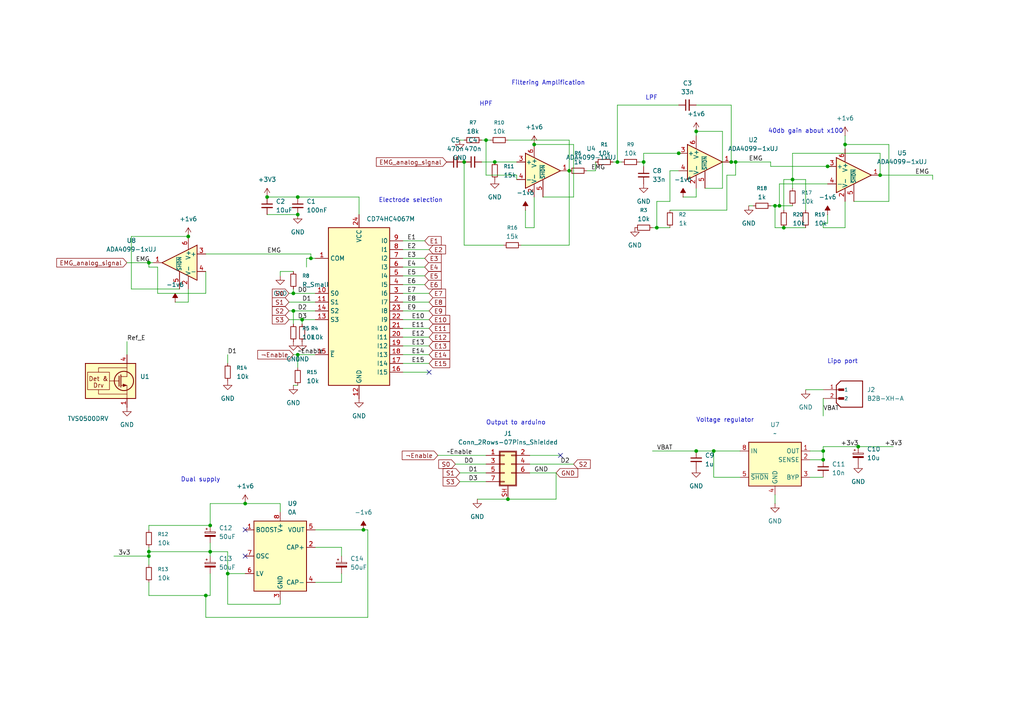
<source format=kicad_sch>
(kicad_sch (version 20250114) (generator "eeschema") (generator_version "9.0")
  (paper "A4")
  (lib_symbols
    (symbol "74xx:CD74HC4067M"
      (property "Reference" "U" (at -8.89 22.86 0))
      (property "Value" "CD74HC4067M" (at 1.27 22.86 0))
      (symbol "CD74HC4067M_0_1"
        (rectangle (start -8.89 21.59) (end 8.89 -24.13) (stroke (width 0.254)) (fill (type background)))
      )
      (symbol "CD74HC4067M_1_1"
        (pin passive line (at -12.7 12.7 0) (length 3.81) (name "COM") (number "1"))
        (pin input line (at -12.7 2.54 0) (length 3.81) (name "S0") (number "10"))
        (pin input line (at -12.7 0 0) (length 3.81) (name "S1") (number "11"))
        (pin input line (at -12.7 -2.54 0) (length 3.81) (name "S2") (number "14"))
        (pin input line (at -12.7 -5.08 0) (length 3.81) (name "S3") (number "13"))
        (pin input line (at -12.7 -15.24 0) (length 3.81) (name "~{E}") (number "15"))
        (pin power_in line (at 0 25.4 270) (length 3.81) (name "VCC") (number "24"))
        (pin power_in line (at 0 -27.94 90) (length 3.81) (name "GND") (number "12"))
        (pin passive line (at 12.7 17.78 180) (length 3.81) (name "I0") (number "9"))
        (pin passive line (at 12.7 15.24 180) (length 3.81) (name "I1") (number "8"))
        (pin passive line (at 12.7 12.7 180) (length 3.81) (name "I2") (number "7"))
        (pin passive line (at 12.7 10.16 180) (length 3.81) (name "I3") (number "6"))
        (pin passive line (at 12.7 7.62 180) (length 3.81) (name "I4") (number "5"))
        (pin passive line (at 12.7 5.08 180) (length 3.81) (name "I5") (number "4"))
        (pin passive line (at 12.7 2.54 180) (length 3.81) (name "I6") (number "3"))
        (pin passive line (at 12.7 0 180) (length 3.81) (name "I7") (number "2"))
        (pin passive line (at 12.7 -2.54 180) (length 3.81) (name "I8") (number "23"))
        (pin passive line (at 12.7 -5.08 180) (length 3.81) (name "I9") (number "22"))
        (pin passive line (at 12.7 -7.62 180) (length 3.81) (name "I10") (number "21"))
        (pin passive line (at 12.7 -10.16 180) (length 3.81) (name "I11") (number "20"))
        (pin passive line (at 12.7 -12.7 180) (length 3.81) (name "I12") (number "19"))
        (pin passive line (at 12.7 -15.24 180) (length 3.81) (name "I13") (number "18"))
        (pin passive line (at 12.7 -17.78 180) (length 3.81) (name "I14") (number "17"))
        (pin passive line (at 12.7 -20.32 180) (length 3.81) (name "I15") (number "16"))
      )
    )
    (symbol "Amplifier_Operational:ADA4099-1xUJ" (pin_names (offset 0.127))
      (property "Reference" "U" (at 1.27 3.81 0))
      (property "Value" "ADA4099-1xUJ" (at 1.27 -3.81 0))
      (symbol "ADA4099-1xUJ_0_1"
        (polyline (pts (xy -5.08 5.08) (xy 5.08 0) (xy -5.08 -5.08) (xy -5.08 5.08)) (stroke (width 0.254)) (fill (type background)))
      )
      (symbol "ADA4099-1xUJ_1_1"
        (pin input line (at -7.62 2.54 0) (length 2.54) (name "+") (number "3"))
        (pin input line (at -7.62 -2.54 0) (length 2.54) (name "-") (number "4"))
        (pin power_in line (at -2.54 7.62 270) (length 3.81) (name "V+") (number "6"))
        (pin power_in line (at -2.54 -7.62 90) (length 3.81) (name "V-") (number "2"))
        (pin input line (at 0 -7.62 90) (length 5.08) (name "~{SHDN}") (number "5"))
        (pin output line (at 7.62 0 180) (length 2.54) (name "~") (number "1"))
      )
    )
    (symbol "Connector_Generic_Shielded:Conn_2Rows-07Pins_Shielded" (pin_names (offset 1.016) (hide yes))
      (property "Reference" "J" (at 1.524 4.826 0))
      (property "Value" "Conn_2Rows-07Pins_Shielded" (at 2.286 -7.366 0))
      (symbol "Conn_2Rows-07Pins_Shielded_1_1"
        (rectangle (start -1.27 3.81) (end 3.81 -6.35) (stroke (width 0.1524)))
        (rectangle (start -1.016 3.556) (end 3.556 -6.096) (stroke (width 0.254)) (fill (type background)))
        (rectangle (start -1.016 2.667) (end 0.254 2.413) (stroke (width 0.1524)))
        (rectangle (start -1.016 0.127) (end 0.254 -0.127) (stroke (width 0.1524)))
        (rectangle (start -1.016 -2.413) (end 0.254 -2.667) (stroke (width 0.1524)))
        (rectangle (start -1.016 -4.953) (end 0.254 -5.207) (stroke (width 0.1524)))
        (rectangle (start 3.556 2.667) (end 2.286 2.413) (stroke (width 0.1524)))
        (rectangle (start 3.556 0.127) (end 2.286 -0.127) (stroke (width 0.1524)))
        (rectangle (start 3.556 -2.413) (end 2.286 -2.667) (stroke (width 0.1524)))
        (pin passive line (at -5.08 2.54 0) (length 4.064) (name "Pin_1") (number "1"))
        (pin passive line (at -5.08 0 0) (length 4.064) (name "Pin_3") (number "3"))
        (pin passive line (at -5.08 -2.54 0) (length 4.064) (name "Pin_5") (number "5"))
        (pin passive line (at -5.08 -5.08 0) (length 4.064) (name "Pin_7") (number "7"))
        (pin passive line (at 1.27 -10.16 90) (length 3.81) (name "Shield") (number "SH"))
        (pin passive line (at 7.62 2.54 180) (length 4.064) (name "Pin_2") (number "2"))
        (pin passive line (at 7.62 0 180) (length 4.064) (name "Pin_4") (number "4"))
        (pin passive line (at 7.62 -2.54 180) (length 4.064) (name "Pin_6") (number "6"))
      )
    )
    (symbol "Converter_DCDC:TC7662Bx0A"
      (property "Reference" "U" (at -6.35 11.43 0))
      (property "Value" "TC7662Bx0A" (at 7.62 11.43 0))
      (symbol "TC7662Bx0A_0_1"
        (rectangle (start -7.62 10.16) (end 7.62 -10.16) (stroke (width 0.254)) (fill (type background)))
      )
      (symbol "TC7662Bx0A_1_1"
        (pin input line (at -10.16 7.62 0) (length 2.54) (name "BOOST") (number "1"))
        (pin passive line (at -10.16 0 0) (length 2.54) (name "OSC") (number "7"))
        (pin input line (at -10.16 -5.08 0) (length 2.54) (name "LV") (number "6"))
        (pin power_in line (at 0 12.7 270) (length 2.54) (name "V+") (number "8"))
        (pin power_in line (at 0 -12.7 90) (length 2.54) (name "GND") (number "3"))
        (pin power_out line (at 10.16 7.62 180) (length 2.54) (name "VOUT") (number "5"))
        (pin passive line (at 10.16 2.54 180) (length 2.54) (name "CAP+") (number "2"))
        (pin passive line (at 10.16 -7.62 180) (length 2.54) (name "CAP-") (number "4"))
      )
    )
    (symbol "Device:C_Polarized_Small" (pin_numbers (hide yes)) (pin_names (offset 0.254) (hide yes))
      (property "Reference" "C" (at 0.254 1.778 0))
      (property "Value" "C_Polarized_Small" (at 0.254 -2.032 0))
      (symbol "C_Polarized_Small_0_1"
        (rectangle (start -1.524 0.6858) (end 1.524 0.3048))
        (rectangle (start -1.524 -0.3048) (end 1.524 -0.6858) (fill (type outline)))
        (polyline (pts (xy -1.27 1.524) (xy -0.762 1.524)))
        (polyline (pts (xy -1.016 1.27) (xy -1.016 1.778)))
      )
      (symbol "C_Polarized_Small_1_1"
        (pin passive line (at 0 2.54 270) (length 1.8542) (name "~") (number "1"))
        (pin passive line (at 0 -2.54 90) (length 1.8542) (name "~") (number "2"))
      )
    )
    (symbol "Device:C_Small" (pin_numbers (hide yes)) (pin_names (offset 0.254) (hide yes))
      (property "Reference" "C" (at 0.254 1.778 0))
      (property "Value" "C_Small" (at 0.254 -2.032 0))
      (symbol "C_Small_0_1"
        (polyline (pts (xy -1.524 0.508) (xy 1.524 0.508)) (stroke (width 0.3048)))
        (polyline (pts (xy -1.524 -0.508) (xy 1.524 -0.508)) (stroke (width 0.3302)))
      )
      (symbol "C_Small_1_1"
        (pin passive line (at 0 2.54 270) (length 2.032) (name "~") (number "1"))
        (pin passive line (at 0 -2.54 90) (length 2.032) (name "~") (number "2"))
      )
    )
    (symbol "Device:R_Small" (pin_numbers (hide yes)) (pin_names (offset 0.254) (hide yes))
      (property "Reference" "R" (at 0 0 90))
      (property "Value" "R_Small" (at 1.778 0 90))
      (symbol "R_Small_0_1"
        (rectangle (start -0.762 1.778) (end 0.762 -1.778) (stroke (width 0.2032)))
      )
      (symbol "R_Small_1_1"
        (pin passive line (at 0 2.54 270) (length 0.762) (name "~") (number "1"))
        (pin passive line (at 0 -2.54 90) (length 0.762) (name "~") (number "2"))
      )
    )
    (symbol "JST_CONN:B2B-XH-A" (pin_names (offset 1.016))
      (property "Reference" "J" (at -2.54 6.35 0))
      (property "Value" "B2B-XH-A" (at -2.54 -5.08 0))
      (symbol "B2B-XH-A_0_0"
        (polyline (pts (xy -3.81 3.81) (xy -3.81 -1.27)) (stroke (width 0.254)))
        (polyline (pts (xy -3.81 3.81) (xy -2.54 5.08)) (stroke (width 0.254)))
        (polyline (pts (xy -3.81 -1.27) (xy -2.54 -2.54)) (stroke (width 0.254)))
        (rectangle (start -3.175 2.2225) (end -1.5875 2.8575) (stroke (width 0.1)) (fill (type outline)))
        (rectangle (start -3.175 -0.3175) (end -1.5875 0.3175) (stroke (width 0.1)) (fill (type outline)))
        (polyline (pts (xy -2.54 -2.54) (xy 3.81 -2.54)) (stroke (width 0.254)))
        (polyline (pts (xy 3.81 5.08) (xy -2.54 5.08)) (stroke (width 0.254)))
        (polyline (pts (xy 3.81 -2.54) (xy 3.81 5.08)) (stroke (width 0.254)))
        (pin passive line (at -7.62 2.54 0) (length 5.08) (name "1") (number "1"))
        (pin passive line (at -7.62 0 0) (length 5.08) (name "2") (number "2"))
      )
    )
    (symbol "Power_Protection:TVS0500DRV" (pin_names (offset 0) (hide yes))
      (property "Reference" "U" (at 2.54 1.27 0))
      (property "Value" "TVS0500DRV" (at 2.54 -1.27 0))
      (symbol "TVS0500DRV_0_0"
        (rectangle (start -11.43 2.54) (end -5.08 -2.54))
        (polyline (pts (xy -8.255 2.54) (xy -8.255 3.81) (xy 0 3.81)))
        (polyline (pts (xy -8.255 -2.54) (xy -8.255 -3.81) (xy 0 -3.81)))
        (polyline (pts (xy 0 1.27) (xy -1.778 1.27)))
        (text "Det &" (at -8.255 0.635 0) (effects (font (size 1.27 1.27))))
        (text "Drv" (at -8.255 -1.27 0) (effects (font (size 1.27 1.27))))
      )
      (symbol "TVS0500DRV_0_1"
        (rectangle (start -12.065 5.08) (end 2.54 -5.08) (stroke (width 0.254)) (fill (type background)))
        (polyline (pts (xy -2.286 1.397) (xy -2.286 -1.524)) (stroke (width 0.254)))
        (polyline (pts (xy -2.286 0) (xy -5.08 0)))
        (polyline (pts (xy -1.778 1.778) (xy -1.778 -1.778)) (stroke (width 0.254)))
        (circle (center -0.889 0) (radius 2.794) (stroke (width 0.254)))
        (polyline (pts (xy -0.127 -1.27) (xy -1.143 -1.651) (xy -1.143 -0.889) (xy -0.127 -1.27)) (fill (type outline)))
        (polyline (pts (xy 0 5.08) (xy 0 2.54)))
        (polyline (pts (xy 0 2.54) (xy 0 1.27)))
        (polyline (pts (xy 0 -2.54) (xy 0 -5.08)))
        (polyline (pts (xy 0 -2.54) (xy 0 -1.27) (xy -1.778 -1.27)))
      )
      (symbol "TVS0500DRV_1_1"
        (pin passive line (at 0 7.62 270) (length 2.54) (name "IN") (number "4"))
        (pin passive line (at 0 7.62 270) (length 2.54) (hide yes) (name "IN") (number "5"))
        (pin passive line (at 0 7.62 270) (length 2.54) (hide yes) (name "IN") (number "6"))
        (pin power_in line (at 0 -7.62 90) (length 2.54) (name "GND") (number "1"))
        (pin passive line (at 0 -7.62 90) (length 2.54) (hide yes) (name "GND") (number "2"))
        (pin passive line (at 0 -7.62 90) (length 2.54) (hide yes) (name "GND") (number "3"))
        (pin passive line (at 0 -7.62 90) (length 2.54) (hide yes) (name "GND") (number "7"))
      )
    )
    (symbol "Regulator_Linear:LT1762-3.3"
      (property "Reference" "U" (at -7.62 8.89 0))
      (property "Value" "LT1762-3.3" (at 1.27 -6.35 0))
      (symbol "LT1762-3.3_0_1"
        (rectangle (start -7.62 7.62) (end 7.62 -5.08) (stroke (width 0.254)) (fill (type background)))
      )
      (symbol "LT1762-3.3_1_1"
        (pin power_in line (at -10.16 5.08 0) (length 2.54) (name "IN") (number "8"))
        (pin input line (at -10.16 -2.54 0) (length 2.54) (name "~{SHDN}") (number "5"))
        (pin power_in line (at 0 -7.62 90) (length 2.54) (name "GND") (number "4"))
        (pin no_connect line (at 2.54 5.08 90) (length 2.54) (hide yes) (name "NC") (number "6"))
        (pin no_connect line (at 2.54 2.54 90) (length 2.54) (hide yes) (name "NC") (number "7"))
        (pin power_out line (at 10.16 5.08 180) (length 2.54) (name "OUT") (number "1"))
        (pin input line (at 10.16 2.54 180) (length 2.54) (name "SENSE") (number "2"))
        (pin passive line (at 10.16 -2.54 180) (length 2.54) (name "BYP") (number "3"))
      )
    )
    (symbol "power:+3V3" (power) (pin_numbers (hide yes)) (pin_names (offset 0) (hide yes))
      (property "Value" "+3V3" (at 0 3.556 0))
      (symbol "+3V3_0_1"
        (polyline (pts (xy -0.762 1.27) (xy 0 2.54)))
        (polyline (pts (xy 0 2.54) (xy 0.762 1.27)))
        (polyline (pts (xy 0 0) (xy 0 2.54)))
      )
      (symbol "+3V3_1_1"
        (pin power_in line (at 0 0 90) (length 0) (name "~") (number "1"))
      )
    )
    (symbol "power:-3V3" (power) (pin_numbers (hide yes)) (pin_names (offset 0) (hide yes))
      (property "Value" "-3V3" (at 0 3.556 0))
      (symbol "-3V3_0_0"
        (pin power_in line (at 0 0 90) (length 0) (name "~") (number "1"))
      )
      (symbol "-3V3_0_1"
        (polyline (pts (xy 0 0) (xy 0 1.27) (xy 0.762 1.27) (xy 0 2.54) (xy -0.762 1.27) (xy 0 1.27)) (fill (type outline)))
      )
    )
    (symbol "power:GND" (power) (pin_numbers (hide yes)) (pin_names (offset 0) (hide yes))
      (property "Value" "GND" (at 0 -3.81 0))
      (symbol "GND_0_1"
        (polyline (pts (xy 0 0) (xy 0 -1.27) (xy 1.27 -1.27) (xy 0 -2.54) (xy -1.27 -1.27) (xy 0 -1.27)))
      )
      (symbol "GND_1_1"
        (pin power_in line (at 0 0 270) (length 0) (name "~") (number "1"))
      )
    )
  )
  (text "Lipo port \n" (at 244.856 104.902 0) (effects (font (size 1.27 1.27))))
  (text "Voltage regulator\n" (at 210.312 121.92 0) (effects (font (size 1.27 1.27))))
  (text "Dual supply\n" (at 58.166 139.192 0) (effects (font (size 1.27 1.27))))
  (text "40db gain about x100\n" (at 233.68 38.1 0) (effects (font (size 1.27 1.27))))
  (text "Filtering Amplification " (at 159.512 24.13 0) (effects (font (size 1.27 1.27))))
  (text "Output to arduino \n" (at 150.114 122.682 0) (effects (font (size 1.27 1.27))))
  (text "Electrode selection\n \n" (at 119.126 59.182 0) (effects (font (size 1.27 1.27))))
  (text "HPF\n" (at 140.97 30.226 0) (effects (font (size 1.27 1.27))))
  (text "LPF\n" (at 188.976 28.448 0) (effects (font (size 1.27 1.27))))
  (junction (at 212.09 46.99))
  (junction (at 43.18 160.02))
  (junction (at 86.36 102.87))
  (junction (at 86.36 57.15))
  (junction (at 54.61 68.58))
  (junction (at 201.93 130.81))
  (junction (at 201.93 38.1))
  (junction (at 154.94 41.91))
  (junction (at 227.33 66.04))
  (junction (at 87.63 92.71))
  (junction (at 85.09 90.17))
  (junction (at 77.47 57.15))
  (junction (at 86.36 62.23))
  (junction (at 134.62 46.99))
  (junction (at 224.79 59.69))
  (junction (at 43.18 76.2))
  (junction (at 60.96 160.02))
  (junction (at 105.41 153.67))
  (junction (at 240.03 48.26))
  (junction (at 60.96 152.4))
  (junction (at 238.76 133.35))
  (junction (at 165.1 49.53))
  (junction (at 190.5 66.04))
  (junction (at 179.07 46.99))
  (junction (at 66.04 166.37))
  (junction (at 245.11 41.91))
  (junction (at 255.27 50.8))
  (junction (at 207.01 130.81))
  (junction (at 71.12 146.05))
  (junction (at 43.18 161.29))
  (junction (at 143.51 46.99))
  (junction (at 226.06 59.69))
  (junction (at 140.97 40.64))
  (junction (at 186.69 46.99))
  (junction (at 248.92 129.54))
  (junction (at 238.76 130.81))
  (junction (at 85.09 85.09))
  (junction (at 229.87 52.07))
  (junction (at 90.17 74.93))
  (junction (at 196.85 44.45))
  (junction (at 213.36 46.99))
  (junction (at 59.69 172.72))
  (junction (at 147.32 144.78))
  (no_connect (at 71.12 153.67))
  (no_connect (at 124.46 107.95))
  (no_connect (at 71.12 161.29))
  (no_connect (at 162.56 132.08))
  (wire (pts (xy 165.1 40.64) (xy 165.1 49.53)))
  (wire (pts (xy 139.7 40.64) (xy 140.97 40.64)))
  (wire (pts (xy 66.04 166.37) (xy 71.12 166.37)))
  (wire (pts (xy 189.23 130.81) (xy 201.93 130.81)))
  (wire (pts (xy 38.1 83.82) (xy 38.1 68.58)))
  (wire (pts (xy 196.85 44.45) (xy 198.12 44.45)))
  (wire (pts (xy 194.31 49.53) (xy 194.31 58.42)))
  (wire (pts (xy 240.03 64.77) (xy 240.03 62.23)))
  (wire (pts (xy 161.29 144.78) (xy 147.32 144.78)))
  (wire (pts (xy 238.76 115.57) (xy 238.76 120.65)))
  (wire (pts (xy 81.28 80.01) (xy 81.28 78.74)))
  (wire (pts (xy 147.32 40.64) (xy 165.1 40.64)))
  (wire (pts (xy 45.72 77.47) (xy 43.18 77.47)))
  (wire (pts (xy 139.7 46.99) (xy 143.51 46.99)))
  (wire (pts (xy 86.36 102.87) (xy 86.36 106.68)))
  (wire (pts (xy 227.33 66.04) (xy 233.68 66.04)))
  (wire (pts (xy 190.5 66.04) (xy 194.31 66.04)))
  (wire (pts (xy 116.84 92.71) (xy 124.46 92.71)))
  (wire (pts (xy 238.76 66.04) (xy 245.11 66.04)))
  (wire (pts (xy 85.09 85.09) (xy 91.44 85.09)))
  (wire (pts (xy 85.09 83.82) (xy 85.09 85.09)))
  (wire (pts (xy 43.18 161.29) (xy 43.18 163.83)))
  (wire (pts (xy 186.69 46.99) (xy 186.69 48.26)))
  (wire (pts (xy 81.28 148.59) (xy 81.28 146.05)))
  (wire (pts (xy 179.07 46.99) (xy 180.34 46.99)))
  (wire (pts (xy 59.69 179.07) (xy 106.68 179.07)))
  (wire (pts (xy 154.94 66.04) (xy 154.94 57.15)))
  (wire (pts (xy 43.18 172.72) (xy 59.69 172.72)))
  (wire (pts (xy 66.04 166.37) (xy 66.04 160.02)))
  (wire (pts (xy 152.4 66.04) (xy 154.94 66.04)))
  (wire (pts (xy 106.68 153.67) (xy 106.68 179.07)))
  (wire (pts (xy 204.47 54.61) (xy 209.55 54.61)))
  (wire (pts (xy 116.84 107.95) (xy 124.46 107.95)))
  (wire (pts (xy 81.28 78.74) (xy 85.09 78.74)))
  (wire (pts (xy 201.93 54.61) (xy 201.93 57.15)))
  (wire (pts (xy 91.44 153.67) (xy 105.41 153.67)))
  (wire (pts (xy 186.69 46.99) (xy 186.69 44.45)))
  (wire (pts (xy 224.79 59.69) (xy 226.06 59.69)))
  (wire (pts (xy 71.12 146.05) (xy 60.96 146.05)))
  (wire (pts (xy 229.87 52.07) (xy 229.87 44.45)))
  (wire (pts (xy 45.72 85.09) (xy 45.72 77.47)))
  (wire (pts (xy 190.5 58.42) (xy 190.5 66.04)))
  (wire (pts (xy 177.8 46.99) (xy 179.07 46.99)))
  (wire (pts (xy 85.09 90.17) (xy 85.09 93.98)))
  (wire (pts (xy 257.81 58.42) (xy 257.81 41.91)))
  (wire (pts (xy 245.11 39.37) (xy 245.11 41.91)))
  (wire (pts (xy 140.97 40.64) (xy 142.24 40.64)))
  (wire (pts (xy 90.17 74.93) (xy 91.44 74.93)))
  (wire (pts (xy 83.82 92.71) (xy 87.63 92.71)))
  (wire (pts (xy 226.06 59.69) (xy 226.06 53.34)))
  (wire (pts (xy 238.76 130.81) (xy 238.76 133.35)))
  (wire (pts (xy 210.82 50.8) (xy 213.36 50.8)))
  (wire (pts (xy 226.06 59.69) (xy 229.87 59.69)))
  (wire (pts (xy 134.62 71.12) (xy 146.05 71.12)))
  (wire (pts (xy 138.43 144.78) (xy 147.32 144.78)))
  (wire (pts (xy 166.37 57.15) (xy 166.37 41.91)))
  (wire (pts (xy 153.67 134.62) (xy 166.37 134.62)))
  (wire (pts (xy 227.33 52.07) (xy 229.87 52.07)))
  (wire (pts (xy 161.29 137.16) (xy 153.67 137.16)))
  (wire (pts (xy 127 132.08) (xy 140.97 132.08)))
  (wire (pts (xy 83.82 85.09) (xy 85.09 85.09)))
  (wire (pts (xy 132.08 134.62) (xy 140.97 134.62)))
  (wire (pts (xy 149.86 50.8) (xy 149.86 52.07)))
  (wire (pts (xy 66.04 102.87) (xy 66.04 105.41)))
  (wire (pts (xy 151.13 71.12) (xy 165.1 71.12)))
  (wire (pts (xy 224.79 143.51) (xy 224.79 146.05)))
  (wire (pts (xy 133.35 137.16) (xy 140.97 137.16)))
  (wire (pts (xy 105.41 153.67) (xy 106.68 153.67)))
  (wire (pts (xy 87.63 92.71) (xy 91.44 92.71)))
  (wire (pts (xy 209.55 54.61) (xy 209.55 38.1)))
  (wire (pts (xy 185.42 46.99) (xy 186.69 46.99)))
  (wire (pts (xy 90.17 73.66) (xy 90.17 74.93)))
  (wire (pts (xy 229.87 54.61) (xy 229.87 52.07)))
  (wire (pts (xy 116.84 77.47) (xy 123.19 77.47)))
  (wire (pts (xy 88.9 74.93) (xy 88.9 77.47)))
  (wire (pts (xy 201.93 30.48) (xy 212.09 30.48)))
  (wire (pts (xy 116.84 69.85) (xy 123.19 69.85)))
  (wire (pts (xy 99.06 168.91) (xy 91.44 168.91)))
  (wire (pts (xy 238.76 129.54) (xy 248.92 129.54)))
  (wire (pts (xy 194.31 58.42) (xy 190.5 58.42)))
  (wire (pts (xy 270.51 50.8) (xy 270.51 52.07)))
  (wire (pts (xy 234.95 133.35) (xy 238.76 133.35)))
  (wire (pts (xy 77.47 57.15) (xy 86.36 57.15)))
  (wire (pts (xy 59.69 172.72) (xy 59.69 179.07)))
  (wire (pts (xy 104.14 62.23) (xy 104.14 57.15)))
  (wire (pts (xy 99.06 161.29) (xy 99.06 158.75)))
  (wire (pts (xy 227.33 66.04) (xy 224.79 66.04)))
  (wire (pts (xy 196.85 49.53) (xy 194.31 49.53)))
  (wire (pts (xy 36.83 99.06) (xy 36.83 102.87)))
  (wire (pts (xy 223.52 59.69) (xy 224.79 59.69)))
  (wire (pts (xy 238.76 64.77) (xy 238.76 66.04)))
  (wire (pts (xy 54.61 83.82) (xy 54.61 87.63)))
  (wire (pts (xy 59.69 73.66) (xy 90.17 73.66)))
  (wire (pts (xy 60.96 172.72) (xy 60.96 166.37)))
  (wire (pts (xy 240.03 48.26) (xy 241.3 48.26)))
  (wire (pts (xy 213.36 50.8) (xy 213.36 46.99)))
  (wire (pts (xy 83.82 87.63) (xy 91.44 87.63)))
  (wire (pts (xy 87.63 92.71) (xy 87.63 93.98)))
  (wire (pts (xy 43.18 168.91) (xy 43.18 172.72)))
  (wire (pts (xy 85.09 102.87) (xy 86.36 102.87)))
  (wire (pts (xy 116.84 97.79) (xy 124.46 97.79)))
  (wire (pts (xy 116.84 82.55) (xy 123.19 82.55)))
  (wire (pts (xy 60.96 160.02) (xy 60.96 161.29)))
  (wire (pts (xy 116.84 100.33) (xy 124.46 100.33)))
  (wire (pts (xy 186.69 44.45) (xy 196.85 44.45)))
  (wire (pts (xy 77.47 62.23) (xy 86.36 62.23)))
  (wire (pts (xy 81.28 173.99) (xy 81.28 175.26)))
  (wire (pts (xy 234.95 138.43) (xy 238.76 138.43)))
  (wire (pts (xy 50.8 87.63) (xy 54.61 87.63)))
  (wire (pts (xy 66.04 160.02) (xy 60.96 160.02)))
  (wire (pts (xy 99.06 158.75) (xy 91.44 158.75)))
  (wire (pts (xy 213.36 46.99) (xy 223.52 46.99)))
  (wire (pts (xy 223.52 48.26) (xy 223.52 46.99)))
  (wire (pts (xy 59.69 172.72) (xy 60.96 172.72)))
  (wire (pts (xy 133.35 139.7) (xy 140.97 139.7)))
  (wire (pts (xy 207.01 130.81) (xy 214.63 130.81)))
  (wire (pts (xy 179.07 30.48) (xy 179.07 46.99)))
  (wire (pts (xy 233.68 52.07) (xy 229.87 52.07)))
  (wire (pts (xy 86.36 57.15) (xy 104.14 57.15)))
  (wire (pts (xy 212.09 30.48) (xy 212.09 46.99)))
  (wire (pts (xy 36.83 76.2) (xy 43.18 76.2)))
  (wire (pts (xy 116.84 85.09) (xy 124.46 85.09)))
  (wire (pts (xy 59.69 78.74) (xy 59.69 85.09)))
  (wire (pts (xy 162.56 132.08) (xy 153.67 132.08)))
  (wire (pts (xy 60.96 157.48) (xy 60.96 160.02)))
  (wire (pts (xy 198.12 57.15) (xy 201.93 57.15)))
  (wire (pts (xy 140.97 40.64) (xy 140.97 50.8)))
  (wire (pts (xy 88.9 74.93) (xy 90.17 74.93)))
  (wire (pts (xy 233.68 60.96) (xy 233.68 52.07)))
  (wire (pts (xy 59.69 85.09) (xy 45.72 85.09)))
  (wire (pts (xy 210.82 60.96) (xy 210.82 50.8)))
  (wire (pts (xy 60.96 146.05) (xy 60.96 152.4)))
  (wire (pts (xy 248.92 129.54) (xy 259.08 129.54)))
  (wire (pts (xy 226.06 53.34) (xy 240.03 53.34)))
  (wire (pts (xy 257.81 41.91) (xy 245.11 41.91)))
  (wire (pts (xy 189.23 66.04) (xy 190.5 66.04)))
  (wire (pts (xy 85.09 111.76) (xy 86.36 111.76)))
  (wire (pts (xy 194.31 60.96) (xy 210.82 60.96)))
  (wire (pts (xy 133.35 40.64) (xy 134.62 40.64)))
  (wire (pts (xy 233.68 113.03) (xy 238.76 113.03)))
  (wire (pts (xy 99.06 166.37) (xy 99.06 168.91)))
  (wire (pts (xy 43.18 158.75) (xy 43.18 160.02)))
  (wire (pts (xy 234.95 130.81) (xy 238.76 130.81)))
  (wire (pts (xy 157.48 57.15) (xy 166.37 57.15)))
  (wire (pts (xy 43.18 77.47) (xy 43.18 76.2)))
  (wire (pts (xy 143.51 46.99) (xy 149.86 46.99)))
  (wire (pts (xy 43.18 76.2) (xy 44.45 76.2)))
  (wire (pts (xy 81.28 146.05) (xy 71.12 146.05)))
  (wire (pts (xy 149.86 50.8) (xy 140.97 50.8)))
  (wire (pts (xy 116.84 105.41) (xy 124.46 105.41)))
  (wire (pts (xy 170.18 49.53) (xy 172.72 49.53)))
  (wire (pts (xy 85.09 90.17) (xy 91.44 90.17)))
  (wire (pts (xy 201.93 38.1) (xy 201.93 39.37)))
  (wire (pts (xy 154.94 41.91) (xy 166.37 41.91)))
  (wire (pts (xy 255.27 44.45) (xy 255.27 50.8)))
  (wire (pts (xy 245.11 41.91) (xy 245.11 43.18)))
  (wire (pts (xy 43.18 160.02) (xy 60.96 160.02)))
  (wire (pts (xy 238.76 130.81) (xy 238.76 129.54)))
  (wire (pts (xy 116.84 95.25) (xy 124.46 95.25)))
  (wire (pts (xy 238.76 64.77) (xy 240.03 64.77)))
  (wire (pts (xy 116.84 87.63) (xy 124.46 87.63)))
  (wire (pts (xy 116.84 72.39) (xy 124.46 72.39)))
  (wire (pts (xy 255.27 50.8) (xy 270.51 50.8)))
  (wire (pts (xy 66.04 175.26) (xy 66.04 166.37)))
  (wire (pts (xy 38.1 68.58) (xy 54.61 68.58)))
  (wire (pts (xy 81.28 175.26) (xy 66.04 175.26)))
  (wire (pts (xy 207.01 138.43) (xy 207.01 130.81)))
  (wire (pts (xy 33.02 161.29) (xy 43.18 161.29)))
  (wire (pts (xy 217.17 59.69) (xy 218.44 59.69)))
  (wire (pts (xy 116.84 80.01) (xy 123.19 80.01)))
  (wire (pts (xy 52.07 83.82) (xy 38.1 83.82)))
  (wire (pts (xy 152.4 60.96) (xy 152.4 66.04)))
  (wire (pts (xy 86.36 102.87) (xy 91.44 102.87)))
  (wire (pts (xy 83.82 90.17) (xy 85.09 90.17)))
  (wire (pts (xy 116.84 74.93) (xy 123.19 74.93)))
  (wire (pts (xy 209.55 38.1) (xy 201.93 38.1)))
  (wire (pts (xy 43.18 152.4) (xy 60.96 152.4)))
  (wire (pts (xy 43.18 153.67) (xy 43.18 152.4)))
  (wire (pts (xy 229.87 44.45) (xy 255.27 44.45)))
  (wire (pts (xy 223.52 48.26) (xy 240.03 48.26)))
  (wire (pts (xy 201.93 130.81) (xy 207.01 130.81)))
  (wire (pts (xy 43.18 160.02) (xy 43.18 161.29)))
  (wire (pts (xy 165.1 49.53) (xy 165.1 71.12)))
  (wire (pts (xy 116.84 90.17) (xy 124.46 90.17)))
  (wire (pts (xy 134.62 46.99) (xy 134.62 71.12)))
  (wire (pts (xy 214.63 138.43) (xy 207.01 138.43)))
  (wire (pts (xy 116.84 102.87) (xy 124.46 102.87)))
  (wire (pts (xy 227.33 60.96) (xy 227.33 52.07)))
  (wire (pts (xy 161.29 137.16) (xy 161.29 144.78)))
  (wire (pts (xy 172.72 46.99) (xy 172.72 49.53)))
  (wire (pts (xy 247.65 58.42) (xy 257.81 58.42)))
  (wire (pts (xy 196.85 30.48) (xy 179.07 30.48)))
  (wire (pts (xy 245.11 66.04) (xy 245.11 58.42)))
  (wire (pts (xy 213.36 46.99) (xy 212.09 46.99)))
  (wire (pts (xy 224.79 59.69) (xy 224.79 66.04)))
  (label "E7" (at 118.11 85.09 0))
  (label "E14" (at 119.38 102.87 0))
  (label "D2" (at 162.56 134.62 0))
  (label "E4" (at 118.11 77.47 0))
  (label "D1" (at 66.04 102.87 0))
  (label "D1" (at 135.89 137.16 0))
  (label "E15" (at 119.38 105.41 0))
  (label "E2" (at 118.11 72.39 0))
  (label "D3" (at 135.89 139.7 0))
  (label "EMG" (at 265.43 50.8 0))
  (label "E12" (at 119.38 97.79 0))
  (label "+3v3" (at 256.54 129.54 0))
  (label "E1" (at 118.11 69.85 0))
  (label "D0" (at 134.62 134.62 0))
  (label "D2" (at 86.36 90.17 0))
  (label "E6" (at 118.11 82.55 0))
  (label "E3" (at 118.11 74.93 0))
  (label "GND" (at 154.94 137.16 0))
  (label "EMG" (at 171.45 49.53 0))
  (label "E11" (at 119.38 95.25 0))
  (label "VBAT" (at 238.76 119.38 0))
  (label "EMG" (at 39.37 76.2 0))
  (label "3v3" (at 34.29 161.29 0))
  (label "E5" (at 118.11 80.01 0))
  (label "+3v3" (at 243.84 129.54 0))
  (label "E9" (at 118.11 90.17 0))
  (label "E13" (at 119.38 100.33 0))
  (label "EMG" (at 217.17 46.99 0))
  (label "EMG" (at 77.47 73.66 0))
  (label "D0" (at 86.36 85.09 0))
  (label "D1" (at 87.63 87.63 0))
  (label "D3" (at 86.36 92.71 0))
  (label "~Enable" (at 86.36 102.87 0))
  (label "E10" (at 119.38 92.71 0))
  (label "E8" (at 118.11 87.63 0))
  (label "VBAT" (at 190.5 130.81 0))
  (label "Ref_E" (at 36.83 99.06 0))
  (label "~Enable" (at 129.54 132.08 0))
  (global_label "E2" (shape input) (at 124.46 72.39 0) (property "Intersheetrefs" "${INTERSHEET_REFS}" (effects (hide yes))))
  (global_label "E12" (shape input) (at 124.46 97.79 0) (property "Intersheetrefs" "${INTERSHEET_REFS}" (effects (hide yes))))
  (global_label "E3" (shape input) (at 123.19 74.93 0) (property "Intersheetrefs" "${INTERSHEET_REFS}" (effects (hide yes))))
  (global_label "S2" (shape input) (at 166.37 134.62 0) (property "Intersheetrefs" "${INTERSHEET_REFS}" (effects (hide yes))))
  (global_label "E11" (shape input) (at 124.46 95.25 0) (property "Intersheetrefs" "${INTERSHEET_REFS}" (effects (hide yes))))
  (global_label "E5" (shape input) (at 123.19 80.01 0) (property "Intersheetrefs" "${INTERSHEET_REFS}" (effects (hide yes))))
  (global_label "S3" (shape input) (at 83.82 92.71 180) (property "Intersheetrefs" "${INTERSHEET_REFS}" (effects (hide yes))))
  (global_label "¬Enable" (shape input) (at 85.09 102.87 180) (property "Intersheetrefs" "${INTERSHEET_REFS}" (effects (hide yes))))
  (global_label "GND" (shape input) (at 161.29 137.16 0) (property "Intersheetrefs" "${INTERSHEET_REFS}" (effects (hide yes))))
  (global_label "E4" (shape input) (at 123.19 77.47 0) (property "Intersheetrefs" "${INTERSHEET_REFS}" (effects (hide yes))))
  (global_label "EMG_analog_signal" (shape input) (at 36.83 76.2 180) (property "Intersheetrefs" "${INTERSHEET_REFS}" (effects (hide yes))))
  (global_label "E7" (shape input) (at 124.46 85.09 0) (property "Intersheetrefs" "${INTERSHEET_REFS}" (effects (hide yes))))
  (global_label "E1" (shape input) (at 123.19 69.85 0) (property "Intersheetrefs" "${INTERSHEET_REFS}" (effects (hide yes))))
  (global_label "E15" (shape input) (at 124.46 105.41 0) (property "Intersheetrefs" "${INTERSHEET_REFS}" (effects (hide yes))))
  (global_label "S2" (shape input) (at 83.82 90.17 180) (property "Intersheetrefs" "${INTERSHEET_REFS}" (effects (hide yes))))
  (global_label "E10" (shape input) (at 124.46 92.71 0) (property "Intersheetrefs" "${INTERSHEET_REFS}" (effects (hide yes))))
  (global_label "S1" (shape input) (at 133.35 137.16 180) (property "Intersheetrefs" "${INTERSHEET_REFS}" (effects (hide yes))))
  (global_label "S0" (shape input) (at 132.08 134.62 180) (property "Intersheetrefs" "${INTERSHEET_REFS}" (effects (hide yes))))
  (global_label "S0" (shape input) (at 83.82 85.09 180) (property "Intersheetrefs" "${INTERSHEET_REFS}" (effects (hide yes))))
  (global_label "E14" (shape input) (at 124.46 102.87 0) (property "Intersheetrefs" "${INTERSHEET_REFS}" (effects (hide yes))))
  (global_label "EMG_analog_signal" (shape input) (at 129.54 46.99 180) (property "Intersheetrefs" "${INTERSHEET_REFS}" (effects (hide yes))))
  (global_label "E9" (shape input) (at 124.46 90.17 0) (property "Intersheetrefs" "${INTERSHEET_REFS}" (effects (hide yes))))
  (global_label "E8" (shape input) (at 124.46 87.63 0) (property "Intersheetrefs" "${INTERSHEET_REFS}" (effects (hide yes))))
  (global_label "¬Enable" (shape input) (at 127 132.08 180) (property "Intersheetrefs" "${INTERSHEET_REFS}" (effects (hide yes))))
  (global_label "E13" (shape input) (at 124.46 100.33 0) (property "Intersheetrefs" "${INTERSHEET_REFS}" (effects (hide yes))))
  (global_label "S3" (shape input) (at 133.35 139.7 180) (property "Intersheetrefs" "${INTERSHEET_REFS}" (effects (hide yes))))
  (global_label "E6" (shape input) (at 123.19 82.55 0) (property "Intersheetrefs" "${INTERSHEET_REFS}" (effects (hide yes))))
  (global_label "S1" (shape input) (at 83.82 87.63 180) (property "Intersheetrefs" "${INTERSHEET_REFS}" (effects (hide yes))))
  (symbol (lib_id "Device:C_Small") (at 238.76 135.89 0) (unit 1)
    (property "Reference" "C11" (at 241.3 134.6262 0) (effects (justify left)))
    (property "Value" "10n" (at 241.3 137.1662 0) (effects (justify left)))
    (property "Description" "Unpolarized capacitor, small symbol" (effects (hide yes)))
  )
  (symbol (lib_id "Amplifier_Operational:ADA4099-1xUJ") (at 157.48 49.53 0) (unit 1)
    (property "Reference" "U4" (at 171.45 43.1098 0))
    (property "Value" "ADA4099-1xUJ" (at 171.45 45.6498 0))
    (property "Footprint" "Package_TO_SOT_SMD:TSOT-23-6" (effects (hide yes)))
    (property "Datasheet" "https://www.analog.com/media/en/technical-documentation/data-sheets/ada4099-1_ada4099-2.pdf" (effects (hide yes)))
    (property "Description" "3.15..50V supply, 8MHz GBW, Rail-to-Rail input/output, over-the-top opamp with shutdown, TSOT-6" (effects (hide yes)))
  )
  (symbol (lib_id "power:GND") (at 66.04 110.49 0) (unit 1)
    (property "Reference" "#PWR09" (effects (hide yes)))
    (property "Value" "GND" (at 66.04 115.57 0))
    (property "Description" "Power symbol creates a global label with name \"GND\" , ground" (effects (hide yes)))
  )
  (symbol (lib_id "Device:C_Small") (at 86.36 59.69 0) (unit 1)
    (property "Reference" "C1" (at 88.9 58.4262 0) (effects (justify left)))
    (property "Value" "100nF" (at 88.9 60.9662 0) (effects (justify left)))
    (property "Description" "Unpolarized capacitor, small symbol" (effects (hide yes)))
  )
  (symbol (lib_id "Device:R_Small") (at 85.09 81.28 0) (unit 1)
    (property "Reference" "R8" (at 87.63 80.0099 0) (effects (font (size 1.016 1.016)) (justify left)))
    (property "Value" "R_Small" (at 87.63 82.5499 0) (effects (justify left)))
    (property "Description" "Resistor, small symbol" (effects (hide yes)))
  )
  (symbol (lib_id "power:-3V3") (at 50.8 87.63 0) (unit 1)
    (property "Reference" "#PWR05" (effects (hide yes)))
    (property "Value" "-1v6" (at 50.8 82.55 0))
    (property "Description" "Power symbol creates a global label with name \"-3V3\"" (effects (hide yes)))
  )
  (symbol (lib_id "power:GND") (at 143.51 52.07 0) (unit 1)
    (property "Reference" "#PWR015" (effects (hide yes)))
    (property "Value" "GND" (at 143.51 57.15 0))
    (property "Description" "Power symbol creates a global label with name \"GND\" , ground" (effects (hide yes)))
  )
  (symbol (lib_id "power:GND") (at 184.15 66.04 0) (unit 1)
    (property "Reference" "#PWR04" (effects (hide yes)))
    (property "Value" "GND" (at 184.15 71.12 0))
    (property "Description" "Power symbol creates a global label with name \"GND\" , ground" (effects (hide yes)))
  )
  (symbol (lib_id "Device:R_Small") (at 85.09 96.52 0) (unit 1)
    (property "Reference" "R5" (at 87.63 95.2499 0) (effects (font (size 1.016 1.016)) (justify left)))
    (property "Value" "10k" (at 87.63 97.7899 0) (effects (justify left)))
    (property "Description" "Resistor, small symbol" (effects (hide yes)))
  )
  (symbol (lib_id "Device:C_Small") (at 137.16 46.99 90) (unit 1)
    (property "Reference" "C4" (at 137.1663 40.64 90))
    (property "Value" "470n" (at 137.1663 43.18 90))
    (property "Description" "Unpolarized capacitor, small symbol" (effects (hide yes)))
  )
  (symbol (lib_id "Device:R_Small") (at 227.33 63.5 0) (unit 1)
    (property "Reference" "R20" (at 229.87 62.2299 0) (effects (font (size 1.016 1.016)) (justify left)))
    (property "Value" "10k" (at 229.87 64.7699 0) (effects (justify left)))
    (property "Description" "Resistor, small symbol" (effects (hide yes)))
  )
  (symbol (lib_id "Device:R_Small") (at 220.98 59.69 270) (unit 1)
    (property "Reference" "R18" (at 220.98 54.61 90) (effects (font (size 1.016 1.016))))
    (property "Value" "1k" (at 220.98 57.15 90))
    (property "Description" "Resistor, small symbol" (effects (hide yes)))
  )
  (symbol (lib_id "power:-3V3") (at 105.41 153.67 0) (unit 1)
    (property "Reference" "#PWR023" (effects (hide yes)))
    (property "Value" "-1v6" (at 105.41 148.59 0))
    (property "Description" "Power symbol creates a global label with name \"-3V3\"" (effects (hide yes)))
  )
  (symbol (lib_id "power:-3V3") (at 152.4 60.96 0) (unit 1)
    (property "Reference" "#PWR08" (effects (hide yes)))
    (property "Value" "-1v6" (at 152.4 55.88 0))
    (property "Description" "Power symbol creates a global label with name \"-3V3\"" (effects (hide yes)))
  )
  (symbol (lib_id "Device:R_Small") (at 186.69 66.04 270) (unit 1)
    (property "Reference" "R3" (at 186.69 60.96 90) (effects (font (size 1.016 1.016))))
    (property "Value" "10k" (at 186.69 63.5 90))
    (property "Description" "Resistor, small symbol" (effects (hide yes)))
  )
  (symbol (lib_id "Device:R_Small") (at 175.26 46.99 90) (unit 1)
    (property "Reference" "R1" (at 175.26 41.91 90) (effects (font (size 1.016 1.016))))
    (property "Value" "10k" (at 175.26 44.45 90))
    (property "Description" "Resistor, small symbol" (effects (hide yes)))
  )
  (symbol (lib_id "power:GND") (at 36.83 118.11 0) (unit 1)
    (property "Reference" "#PWR012" (effects (hide yes)))
    (property "Value" "GND" (at 36.83 123.19 0))
    (property "Description" "Power symbol creates a global label with name \"GND\" , ground" (effects (hide yes)))
  )
  (symbol (lib_id "power:GND") (at 186.69 53.34 0) (unit 1)
    (property "Reference" "#PWR07" (effects (hide yes)))
    (property "Value" "GND" (at 186.69 58.42 0))
    (property "Description" "Power symbol creates a global label with name \"GND\" , ground" (effects (hide yes)))
  )
  (symbol (lib_id "Device:R_Small") (at 194.31 63.5 0) (unit 1)
    (property "Reference" "R2" (at 196.85 62.2299 0) (effects (font (size 1.016 1.016)) (justify left)))
    (property "Value" "1k" (at 196.85 64.7699 0) (effects (justify left)))
    (property "Description" "Resistor, small symbol" (effects (hide yes)))
  )
  (symbol (lib_id "power:+3V3") (at 154.94 41.91 0) (unit 1)
    (property "Reference" "#PWR06" (effects (hide yes)))
    (property "Value" "+1v6" (at 154.94 36.83 0))
    (property "Description" "Power symbol creates a global label with name \"+3V3\"" (effects (hide yes)))
  )
  (symbol (lib_id "power:+3V3") (at 77.47 57.15 0) (unit 1)
    (property "Reference" "#PWR03" (effects (hide yes)))
    (property "Value" "+3V3" (at 77.47 52.07 0))
    (property "Description" "Power symbol creates a global label with name \"+3V3\"" (effects (hide yes)))
  )
  (symbol (lib_id "JST_CONN:B2B-XH-A") (at 246.38 115.57 0) (unit 1)
    (property "Reference" "J2" (at 251.46 113.0299 0) (effects (justify left)))
    (property "Value" "B2B-XH-A" (at 251.46 115.5699 0) (effects (justify left)))
    (property "PARTREV" "N/A" (effects (hide yes)))
    (property "MAXIMUM_PACKAGE_HEIGHT" "7 mm" (effects (hide yes)))
    (property "MANUFACTURER" "JST Sales America Inc." (effects (hide yes)))
  )
  (symbol (lib_id "Device:R_Small") (at 87.63 96.52 0) (unit 1)
    (property "Reference" "R4" (at 90.17 95.2499 0) (effects (font (size 1.016 1.016)) (justify left)))
    (property "Value" "10k" (at 90.17 97.7899 0) (effects (justify left)))
    (property "Description" "Resistor, small symbol" (effects (hide yes)))
  )
  (symbol (lib_id "Device:C_Polarized_Small") (at 60.96 154.94 0) (unit 1)
    (property "Reference" "C12" (at 63.5 153.1238 0) (effects (justify left)))
    (property "Value" "50uF" (at 63.5 155.6638 0) (effects (justify left)))
    (property "Description" "Polarized capacitor, small symbol" (effects (hide yes)))
  )
  (symbol (lib_id "power:-3V3") (at 240.03 62.23 0) (unit 1)
    (property "Reference" "#PWR028" (effects (hide yes)))
    (property "Value" "-1v6" (at 240.03 57.15 0))
    (property "Description" "Power symbol creates a global label with name \"-3V3\"" (effects (hide yes)))
  )
  (symbol (lib_id "power:+3V3") (at 54.61 68.58 0) (unit 1)
    (property "Reference" "#PWR020" (effects (hide yes)))
    (property "Value" "+1v6" (at 54.61 63.5 0))
    (property "Description" "Power symbol creates a global label with name \"+3V3\"" (effects (hide yes)))
  )
  (symbol (lib_id "Device:R_Small") (at 167.64 49.53 270) (unit 1)
    (property "Reference" "R6" (at 167.64 44.45 90) (effects (font (size 1.016 1.016))))
    (property "Value" "1k" (at 167.64 46.99 90))
    (property "Description" "Resistor, small symbol" (effects (hide yes)))
  )
  (symbol (lib_id "Converter_DCDC:TC7662Bx0A") (at 81.28 161.29 0) (unit 1)
    (property "Reference" "U9" (at 83.4233 146.05 0) (effects (justify left)))
    (property "Value" "0A" (at 83.4233 148.59 0) (effects (justify left)))
    (property "Footprint" "Package_SO:SOIC-8_3.9x4.9mm_P1.27mm" (effects (hide yes)))
    (property "Datasheet" "http://ww1.microchip.com/downloads/en/DeviceDoc/21469a.pdf" (effects (hide yes)))
    (property "Description" "Charge Pump DC-to-DC Converter, 1.5 - 15V, 100mA, SOIC-8" (effects (hide yes)))
  )
  (symbol (lib_id "Device:R_Small") (at 233.68 63.5 0) (unit 1)
    (property "Reference" "R19" (at 236.22 62.2299 0) (effects (font (size 1.016 1.016)) (justify left)))
    (property "Value" "10k" (at 236.22 64.7699 0) (effects (justify left)))
    (property "Description" "Resistor, small symbol" (effects (hide yes)))
  )
  (symbol (lib_id "74xx:CD74HC4067M") (at 104.14 87.63 0) (unit 1)
    (property "Reference" "U3" (effects (hide yes)))
    (property "Value" "CD74HC4067M" (at 106.2833 63.5 0) (effects (justify left)))
    (property "Footprint" "Package_SO:SOIC-24W_7.5x15.4mm_P1.27mm" (effects (hide yes)))
    (property "Datasheet" "http://www.ti.com/lit/ds/symlink/cd74hc4067.pdf" (effects (hide yes)))
    (property "Description" "High-Speed CMOS Logic 16-Channel Analog Multiplexer/Demultiplexer, SOIC-24" (effects (hide yes)))
  )
  (symbol (lib_id "power:GND") (at 104.14 115.57 0) (unit 1)
    (property "Reference" "#PWR01" (effects (hide yes)))
    (property "Value" "GND" (at 104.14 120.65 0))
    (property "Description" "Power symbol creates a global label with name \"GND\" , ground" (effects (hide yes)))
  )
  (symbol (lib_id "Power_Protection:TVS0500DRV") (at 36.83 110.49 0) (unit 1)
    (property "Reference" "U1" (at 40.64 109.2199 0) (effects (justify left)))
    (property "Value" "TVS0500DRV" (at 19.558 121.412 0) (effects (justify left)))
    (property "Footprint" "Package_SON:WSON-6-1EP_2x2mm_P0.65mm_EP1x1.6mm" (effects (hide yes)))
    (property "Datasheet" "http://www.ti.com/lit/ds/symlink/tvs0500.pdf" (effects (hide yes)))
    (property "Description" "Flat-Clamp Surge Protection Device. 5Vrwm, WSON-6" (effects (hide yes)))
  )
  (symbol (lib_id "Amplifier_Operational:ADA4099-1xUJ") (at 52.07 76.2 0) (mirror y) (unit 1)
    (property "Reference" "U8" (at 38.1 69.7798 0))
    (property "Value" "ADA4099-1xUJ" (at 38.1 72.3198 0))
    (property "Footprint" "Package_TO_SOT_SMD:TSOT-23-6" (effects (hide yes)))
    (property "Datasheet" "https://www.analog.com/media/en/technical-documentation/data-sheets/ada4099-1_ada4099-2.pdf" (effects (hide yes)))
    (property "Description" "3.15..50V supply, 8MHz GBW, Rail-to-Rail input/output, over-the-top opamp with shutdown, TSOT-6" (effects (hide yes)))
  )
  (symbol (lib_id "power:+3V3") (at 71.12 146.05 0) (unit 1)
    (property "Reference" "#PWR024" (effects (hide yes)))
    (property "Value" "+1v6" (at 71.12 140.97 0))
    (property "Description" "Power symbol creates a global label with name \"+3V3\"" (effects (hide yes)))
  )
  (symbol (lib_id "power:GND") (at 233.68 113.03 0) (unit 1)
    (property "Reference" "#PWR019" (effects (hide yes)))
    (property "Value" "GND" (at 233.68 118.11 0))
    (property "Description" "Power symbol creates a global label with name \"GND\" , ground" (effects (hide yes)))
  )
  (symbol (lib_id "Device:R_Small") (at 86.36 109.22 0) (unit 1)
    (property "Reference" "R15" (at 88.9 107.9499 0) (effects (font (size 1.016 1.016)) (justify left)))
    (property "Value" "10k" (at 88.9 110.4899 0) (effects (justify left)))
    (property "Description" "Resistor, small symbol" (effects (hide yes)))
  )
  (symbol (lib_id "power:+3V3") (at 201.93 38.1 0) (unit 1)
    (property "Reference" "#PWR022" (effects (hide yes)))
    (property "Value" "+1v6" (at 201.93 33.02 0))
    (property "Description" "Power symbol creates a global label with name \"+3V3\"" (effects (hide yes)))
  )
  (symbol (lib_id "Device:R_Small") (at 143.51 49.53 180) (unit 1)
    (property "Reference" "R11" (at 146.05 48.2599 0) (effects (font (size 1.016 1.016)) (justify right)))
    (property "Value" "15k" (at 146.05 50.7999 0) (effects (justify right)))
    (property "Description" "Resistor, small symbol" (effects (hide yes)))
  )
  (symbol (lib_id "Device:R_Small") (at 148.59 71.12 270) (unit 1)
    (property "Reference" "R16" (at 148.59 66.04 90) (effects (font (size 1.016 1.016))))
    (property "Value" "15k" (at 148.59 68.58 90))
    (property "Description" "Resistor, small symbol" (effects (hide yes)))
  )
  (symbol (lib_id "power:GND") (at 248.92 134.62 0) (unit 1)
    (property "Reference" "#PWR018" (effects (hide yes)))
    (property "Value" "GND" (at 248.92 139.7 0))
    (property "Description" "Power symbol creates a global label with name \"GND\" , ground" (effects (hide yes)))
  )
  (symbol (lib_id "power:GND") (at 224.79 146.05 0) (unit 1)
    (property "Reference" "#PWR016" (effects (hide yes)))
    (property "Value" "GND" (at 224.79 151.13 0))
    (property "Description" "Power symbol creates a global label with name \"GND\" , ground" (effects (hide yes)))
  )
  (symbol (lib_id "power:+3V3") (at 245.11 39.37 0) (unit 1)
    (property "Reference" "#PWR025" (effects (hide yes)))
    (property "Value" "+1v6" (at 245.11 34.29 0))
    (property "Description" "Power symbol creates a global label with name \"+3V3\"" (effects (hide yes)))
  )
  (symbol (lib_id "Device:R_Small") (at 66.04 107.95 0) (unit 1)
    (property "Reference" "R14" (at 68.58 106.6799 0) (effects (font (size 1.016 1.016)) (justify left)))
    (property "Value" "10k" (at 68.58 109.2199 0) (effects (justify left)))
    (property "Description" "Resistor, small symbol" (effects (hide yes)))
  )
  (symbol (lib_id "Device:C_Small") (at 199.39 30.48 90) (unit 1)
    (property "Reference" "C3" (at 199.3963 24.13 90))
    (property "Value" "33n" (at 199.3963 26.67 90))
    (property "Description" "Unpolarized capacitor, small symbol" (effects (hide yes)))
  )
  (symbol (lib_id "Connector_Generic_Shielded:Conn_2Rows-07Pins_Shielded") (at 146.05 134.62 0) (unit 1)
    (property "Reference" "J1" (at 147.32 125.73 0))
    (property "Value" "Conn_2Rows-07Pins_Shielded" (at 147.32 128.27 0))
    (property "Description" "Generic shielded connector, double row, 07 pins, odd/even pin numbering scheme (row 1 odd numbers, row 2 even numbers), script generated (kicad-library-utils/schlib/autogen/connector/)" (effects (hide yes)))
  )
  (symbol (lib_id "power:GND") (at 138.43 144.78 0) (unit 1)
    (property "Reference" "#PWR013" (effects (hide yes)))
    (property "Value" "GND" (at 138.43 149.86 0))
    (property "Description" "Power symbol creates a global label with name \"GND\" , ground" (effects (hide yes)))
  )
  (symbol (lib_id "Amplifier_Operational:ADA4099-1xUJ") (at 204.47 46.99 0) (unit 1)
    (property "Reference" "U2" (at 218.44 40.5698 0))
    (property "Value" "ADA4099-1xUJ" (at 218.44 43.1098 0))
    (property "Footprint" "Package_TO_SOT_SMD:TSOT-23-6" (effects (hide yes)))
    (property "Datasheet" "https://www.analog.com/media/en/technical-documentation/data-sheets/ada4099-1_ada4099-2.pdf" (effects (hide yes)))
    (property "Description" "3.15..50V supply, 8MHz GBW, Rail-to-Rail input/output, over-the-top opamp with shutdown, TSOT-6" (effects (hide yes)))
  )
  (symbol (lib_id "power:GND") (at 217.17 59.69 0) (unit 1)
    (property "Reference" "#PWR029" (effects (hide yes)))
    (property "Value" "GND" (at 217.17 64.77 0))
    (property "Description" "Power symbol creates a global label with name \"GND\" , ground" (effects (hide yes)))
  )
  (symbol (lib_id "power:GND") (at 86.36 62.23 0) (unit 1)
    (property "Reference" "#PWR02" (effects (hide yes)))
    (property "Value" "GND" (at 86.36 67.31 0))
    (property "Description" "Power symbol creates a global label with name \"GND\" , ground" (effects (hide yes)))
  )
  (symbol (lib_id "Device:C_Small") (at 201.93 133.35 0) (unit 1)
    (property "Reference" "C9" (at 204.47 132.0862 0) (effects (justify left)))
    (property "Value" "1u" (at 204.47 134.6262 0) (effects (justify left)))
    (property "Description" "Unpolarized capacitor, small symbol" (effects (hide yes)))
  )
  (symbol (lib_id "Device:R_Small") (at 43.18 156.21 0) (unit 1)
    (property "Reference" "R12" (at 45.72 154.9399 0) (effects (font (size 1.016 1.016)) (justify left)))
    (property "Value" "10k" (at 45.72 157.4799 0) (effects (justify left)))
    (property "Description" "Resistor, small symbol" (effects (hide yes)))
  )
  (symbol (lib_id "power:GND") (at 85.09 99.06 0) (unit 1)
    (property "Reference" "#PWR010" (effects (hide yes)))
    (property "Value" "GND" (at 85.09 104.14 0))
    (property "Description" "Power symbol creates a global label with name \"GND\" , ground" (effects (hide yes)))
  )
  (symbol (lib_id "Device:C_Polarized_Small") (at 60.96 163.83 0) (unit 1)
    (property "Reference" "C13" (at 63.5 162.0138 0) (effects (justify left)))
    (property "Value" "50uF" (at 63.5 164.5538 0) (effects (justify left)))
    (property "Description" "Polarized capacitor, small symbol" (effects (hide yes)))
  )
  (symbol (lib_id "Device:C_Small") (at 132.08 46.99 90) (unit 1)
    (property "Reference" "C5" (at 132.0863 40.64 90))
    (property "Value" "470n" (at 132.0863 43.18 90))
    (property "Description" "Unpolarized capacitor, small symbol" (effects (hide yes)))
  )
  (symbol (lib_id "power:GND") (at 81.28 80.01 0) (unit 1)
    (property "Reference" "#PWR026" (effects (hide yes)))
    (property "Value" "GND" (at 81.28 85.09 0))
    (property "Description" "Power symbol creates a global label with name \"GND\" , ground" (effects (hide yes)))
  )
  (symbol (lib_id "power:GND") (at 133.35 40.64 0) (unit 1)
    (property "Reference" "#PWR014" (effects (hide yes)))
    (property "Value" "GND" (at 133.35 45.72 0))
    (property "Description" "Power symbol creates a global label with name \"GND\" , ground" (effects (hide yes)))
  )
  (symbol (lib_id "power:GND") (at 87.63 99.06 0) (unit 1)
    (property "Reference" "#PWR011" (effects (hide yes)))
    (property "Value" "GND" (at 87.63 104.14 0))
    (property "Description" "Power symbol creates a global label with name \"GND\" , ground" (effects (hide yes)))
  )
  (symbol (lib_id "power:GND") (at 85.09 111.76 0) (unit 1)
    (property "Reference" "#PWR027" (effects (hide yes)))
    (property "Value" "GND" (at 85.09 116.84 0))
    (property "Description" "Power symbol creates a global label with name \"GND\" , ground" (effects (hide yes)))
  )
  (symbol (lib_id "Regulator_Linear:LT1762-3.3") (at 224.79 135.89 0) (unit 1)
    (property "Reference" "U7" (at 224.79 123.19 0))
    (property "Value" "~" (at 224.79 125.73 0))
    (property "Footprint" "Package_SO:MSOP-8_3x3mm_P0.65mm" (effects (hide yes)))
    (property "Datasheet" "https://www.analog.com/media/en/technical-documentation/data-sheets/LT1762.pdf" (effects (hide yes)))
    (property "Description" "3.3V, 150mA, Low Noise, Micropower LDO Regulator, MSOP-8" (effects (hide yes)))
  )
  (symbol (lib_id "power:GND") (at 201.93 135.89 0) (unit 1)
    (property "Reference" "#PWR017" (effects (hide yes)))
    (property "Value" "GND" (at 201.93 140.97 0))
    (property "Description" "Power symbol creates a global label with name \"GND\" , ground" (effects (hide yes)))
  )
  (symbol (lib_id "Device:R_Small") (at 229.87 57.15 0) (unit 1)
    (property "Reference" "R17" (at 232.41 55.8799 0) (effects (font (size 1.016 1.016)) (justify left)))
    (property "Value" "10k" (at 232.41 58.4199 0) (effects (justify left)))
    (property "Description" "Resistor, small symbol" (effects (hide yes)))
  )
  (symbol (lib_id "Device:C_Polarized_Small") (at 248.92 132.08 0) (unit 1)
    (property "Reference" "C10" (at 251.46 130.2638 0) (effects (justify left)))
    (property "Value" "10u" (at 251.46 132.8038 0) (effects (justify left)))
    (property "Description" "Polarized capacitor, small symbol" (effects (hide yes)))
  )
  (symbol (lib_id "Device:C_Small") (at 186.69 50.8 0) (unit 1)
    (property "Reference" "C8" (at 189.23 49.5362 0) (effects (justify left)))
    (property "Value" "33n" (at 189.23 52.0762 0) (effects (justify left)))
    (property "Description" "Unpolarized capacitor, small symbol" (effects (hide yes)))
  )
  (symbol (lib_id "Device:R_Small") (at 137.16 40.64 270) (unit 1)
    (property "Reference" "R7" (at 137.16 35.56 90) (effects (font (size 1.016 1.016))))
    (property "Value" "18k" (at 137.16 38.1 90))
    (property "Description" "Resistor, small symbol" (effects (hide yes)))
  )
  (symbol (lib_id "Device:R_Small") (at 43.18 166.37 0) (unit 1)
    (property "Reference" "R13" (at 45.72 165.0999 0) (effects (font (size 1.016 1.016)) (justify left)))
    (property "Value" "10k" (at 45.72 167.6399 0) (effects (justify left)))
    (property "Description" "Resistor, small symbol" (effects (hide yes)))
  )
  (symbol (lib_id "power:-3V3") (at 198.12 57.15 0) (unit 1)
    (property "Reference" "#PWR021" (effects (hide yes)))
    (property "Value" "-1v6" (at 198.12 52.07 0))
    (property "Description" "Power symbol creates a global label with name \"-3V3\"" (effects (hide yes)))
  )
  (symbol (lib_id "Device:R_Small") (at 144.78 40.64 270) (unit 1)
    (property "Reference" "R10" (at 144.78 35.56 90) (effects (font (size 1.016 1.016))))
    (property "Value" "10k" (at 144.78 38.1 90))
    (property "Description" "Resistor, small symbol" (effects (hide yes)))
  )
  (symbol (lib_id "Amplifier_Operational:ADA4099-1xUJ") (at 247.65 50.8 0) (unit 1)
    (property "Reference" "U5" (at 261.62 44.3798 0))
    (property "Value" "ADA4099-1xUJ" (at 261.62 46.9198 0))
    (property "Footprint" "Package_TO_SOT_SMD:TSOT-23-6" (effects (hide yes)))
    (property "Datasheet" "https://www.analog.com/media/en/technical-documentation/data-sheets/ada4099-1_ada4099-2.pdf" (effects (hide yes)))
    (property "Description" "3.15..50V supply, 8MHz GBW, Rail-to-Rail input/output, over-the-top opamp with shutdown, TSOT-6" (effects (hide yes)))
  )
  (symbol (lib_id "Device:R_Small") (at 182.88 46.99 270) (unit 1)
    (property "Reference" "R9" (at 182.88 41.91 90) (effects (font (size 1.016 1.016))))
    (property "Value" "10k" (at 182.88 44.45 90))
    (property "Description" "Resistor, small symbol" (effects (hide yes)))
  )
  (symbol (lib_id "Device:C_Small") (at 77.47 59.69 0) (unit 1)
    (property "Reference" "C2" (at 80.01 58.4262 0) (effects (justify left)))
    (property "Value" "10uF" (at 80.01 60.9662 0) (effects (justify left)))
    (property "Description" "Unpolarized capacitor, small symbol" (effects (hide yes)))
  )
  (symbol (lib_id "Device:C_Polarized_Small") (at 99.06 163.83 0) (unit 1)
    (property "Reference" "C14" (at 101.6 162.0138 0) (effects (justify left)))
    (property "Value" "50uF" (at 101.6 164.5538 0) (effects (justify left)))
    (property "Description" "Polarized capacitor, small symbol" (effects (hide yes)))
  )
)
</source>
